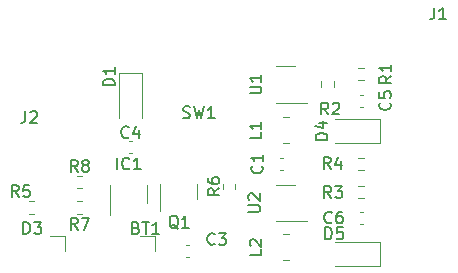
<source format=gbr>
%TF.GenerationSoftware,KiCad,Pcbnew,(6.0.2)*%
%TF.CreationDate,2022-09-06T11:12:12-04:00*%
%TF.ProjectId,PowerSupply,506f7765-7253-4757-9070-6c792e6b6963,rev?*%
%TF.SameCoordinates,Original*%
%TF.FileFunction,Legend,Top*%
%TF.FilePolarity,Positive*%
%FSLAX46Y46*%
G04 Gerber Fmt 4.6, Leading zero omitted, Abs format (unit mm)*
G04 Created by KiCad (PCBNEW (6.0.2)) date 2022-09-06 11:12:12*
%MOMM*%
%LPD*%
G01*
G04 APERTURE LIST*
%ADD10C,0.150000*%
%ADD11C,0.120000*%
G04 APERTURE END LIST*
D10*
%TO.C,U1*%
X162469580Y-70230904D02*
X163279104Y-70230904D01*
X163374342Y-70183285D01*
X163421961Y-70135666D01*
X163469580Y-70040428D01*
X163469580Y-69849952D01*
X163421961Y-69754714D01*
X163374342Y-69707095D01*
X163279104Y-69659476D01*
X162469580Y-69659476D01*
X163469580Y-68659476D02*
X163469580Y-69230904D01*
X163469580Y-68945190D02*
X162469580Y-68945190D01*
X162612438Y-69040428D01*
X162707676Y-69135666D01*
X162755295Y-69230904D01*
%TO.C,R3*%
X169378333Y-79065380D02*
X169045000Y-78589190D01*
X168806904Y-79065380D02*
X168806904Y-78065380D01*
X169187857Y-78065380D01*
X169283095Y-78113000D01*
X169330714Y-78160619D01*
X169378333Y-78255857D01*
X169378333Y-78398714D01*
X169330714Y-78493952D01*
X169283095Y-78541571D01*
X169187857Y-78589190D01*
X168806904Y-78589190D01*
X169711666Y-78065380D02*
X170330714Y-78065380D01*
X169997380Y-78446333D01*
X170140238Y-78446333D01*
X170235476Y-78493952D01*
X170283095Y-78541571D01*
X170330714Y-78636809D01*
X170330714Y-78874904D01*
X170283095Y-78970142D01*
X170235476Y-79017761D01*
X170140238Y-79065380D01*
X169854523Y-79065380D01*
X169759285Y-79017761D01*
X169711666Y-78970142D01*
%TO.C,R1*%
X174467780Y-68746666D02*
X173991590Y-69080000D01*
X174467780Y-69318095D02*
X173467780Y-69318095D01*
X173467780Y-68937142D01*
X173515400Y-68841904D01*
X173563019Y-68794285D01*
X173658257Y-68746666D01*
X173801114Y-68746666D01*
X173896352Y-68794285D01*
X173943971Y-68841904D01*
X173991590Y-68937142D01*
X173991590Y-69318095D01*
X174467780Y-67794285D02*
X174467780Y-68365714D01*
X174467780Y-68080000D02*
X173467780Y-68080000D01*
X173610638Y-68175238D01*
X173705876Y-68270476D01*
X173753495Y-68365714D01*
%TO.C,D4*%
X169057580Y-74144095D02*
X168057580Y-74144095D01*
X168057580Y-73906000D01*
X168105200Y-73763142D01*
X168200438Y-73667904D01*
X168295676Y-73620285D01*
X168486152Y-73572666D01*
X168629009Y-73572666D01*
X168819485Y-73620285D01*
X168914723Y-73667904D01*
X169009961Y-73763142D01*
X169057580Y-73906000D01*
X169057580Y-74144095D01*
X168390914Y-72715523D02*
X169057580Y-72715523D01*
X168009961Y-72953619D02*
X168724247Y-73191714D01*
X168724247Y-72572666D01*
%TO.C,D5*%
X168883104Y-82570580D02*
X168883104Y-81570580D01*
X169121200Y-81570580D01*
X169264057Y-81618200D01*
X169359295Y-81713438D01*
X169406914Y-81808676D01*
X169454533Y-81999152D01*
X169454533Y-82142009D01*
X169406914Y-82332485D01*
X169359295Y-82427723D01*
X169264057Y-82522961D01*
X169121200Y-82570580D01*
X168883104Y-82570580D01*
X170359295Y-81570580D02*
X169883104Y-81570580D01*
X169835485Y-82046771D01*
X169883104Y-81999152D01*
X169978342Y-81951533D01*
X170216438Y-81951533D01*
X170311676Y-81999152D01*
X170359295Y-82046771D01*
X170406914Y-82142009D01*
X170406914Y-82380104D01*
X170359295Y-82475342D01*
X170311676Y-82522961D01*
X170216438Y-82570580D01*
X169978342Y-82570580D01*
X169883104Y-82522961D01*
X169835485Y-82475342D01*
%TO.C,L1*%
X163469580Y-73521866D02*
X163469580Y-73998057D01*
X162469580Y-73998057D01*
X163469580Y-72664723D02*
X163469580Y-73236152D01*
X163469580Y-72950438D02*
X162469580Y-72950438D01*
X162612438Y-73045676D01*
X162707676Y-73140914D01*
X162755295Y-73236152D01*
%TO.C,R5*%
X142911533Y-78989180D02*
X142578200Y-78512990D01*
X142340104Y-78989180D02*
X142340104Y-77989180D01*
X142721057Y-77989180D01*
X142816295Y-78036800D01*
X142863914Y-78084419D01*
X142911533Y-78179657D01*
X142911533Y-78322514D01*
X142863914Y-78417752D01*
X142816295Y-78465371D01*
X142721057Y-78512990D01*
X142340104Y-78512990D01*
X143816295Y-77989180D02*
X143340104Y-77989180D01*
X143292485Y-78465371D01*
X143340104Y-78417752D01*
X143435342Y-78370133D01*
X143673438Y-78370133D01*
X143768676Y-78417752D01*
X143816295Y-78465371D01*
X143863914Y-78560609D01*
X143863914Y-78798704D01*
X143816295Y-78893942D01*
X143768676Y-78941561D01*
X143673438Y-78989180D01*
X143435342Y-78989180D01*
X143340104Y-78941561D01*
X143292485Y-78893942D01*
%TO.C,Q1*%
X156419561Y-81675219D02*
X156324323Y-81627600D01*
X156229085Y-81532361D01*
X156086228Y-81389504D01*
X155990990Y-81341885D01*
X155895752Y-81341885D01*
X155943371Y-81579980D02*
X155848133Y-81532361D01*
X155752895Y-81437123D01*
X155705276Y-81246647D01*
X155705276Y-80913314D01*
X155752895Y-80722838D01*
X155848133Y-80627600D01*
X155943371Y-80579980D01*
X156133847Y-80579980D01*
X156229085Y-80627600D01*
X156324323Y-80722838D01*
X156371942Y-80913314D01*
X156371942Y-81246647D01*
X156324323Y-81437123D01*
X156229085Y-81532361D01*
X156133847Y-81579980D01*
X155943371Y-81579980D01*
X157324323Y-81579980D02*
X156752895Y-81579980D01*
X157038609Y-81579980D02*
X157038609Y-80579980D01*
X156943371Y-80722838D01*
X156848133Y-80818076D01*
X156752895Y-80865695D01*
%TO.C,L2*%
X163469580Y-83427866D02*
X163469580Y-83904057D01*
X162469580Y-83904057D01*
X162564819Y-83142152D02*
X162517200Y-83094533D01*
X162469580Y-82999295D01*
X162469580Y-82761200D01*
X162517200Y-82665961D01*
X162564819Y-82618342D01*
X162660057Y-82570723D01*
X162755295Y-82570723D01*
X162898152Y-82618342D01*
X163469580Y-83189771D01*
X163469580Y-82570723D01*
%TO.C,D1*%
X151048980Y-69546695D02*
X150048980Y-69546695D01*
X150048980Y-69308600D01*
X150096600Y-69165742D01*
X150191838Y-69070504D01*
X150287076Y-69022885D01*
X150477552Y-68975266D01*
X150620409Y-68975266D01*
X150810885Y-69022885D01*
X150906123Y-69070504D01*
X151001361Y-69165742D01*
X151048980Y-69308600D01*
X151048980Y-69546695D01*
X151048980Y-68022885D02*
X151048980Y-68594314D01*
X151048980Y-68308600D02*
X150048980Y-68308600D01*
X150191838Y-68403838D01*
X150287076Y-68499076D01*
X150334695Y-68594314D01*
%TO.C,R8*%
X147915333Y-76880980D02*
X147582000Y-76404790D01*
X147343904Y-76880980D02*
X147343904Y-75880980D01*
X147724857Y-75880980D01*
X147820095Y-75928600D01*
X147867714Y-75976219D01*
X147915333Y-76071457D01*
X147915333Y-76214314D01*
X147867714Y-76309552D01*
X147820095Y-76357171D01*
X147724857Y-76404790D01*
X147343904Y-76404790D01*
X148486761Y-76309552D02*
X148391523Y-76261933D01*
X148343904Y-76214314D01*
X148296285Y-76119076D01*
X148296285Y-76071457D01*
X148343904Y-75976219D01*
X148391523Y-75928600D01*
X148486761Y-75880980D01*
X148677238Y-75880980D01*
X148772476Y-75928600D01*
X148820095Y-75976219D01*
X148867714Y-76071457D01*
X148867714Y-76119076D01*
X148820095Y-76214314D01*
X148772476Y-76261933D01*
X148677238Y-76309552D01*
X148486761Y-76309552D01*
X148391523Y-76357171D01*
X148343904Y-76404790D01*
X148296285Y-76500028D01*
X148296285Y-76690504D01*
X148343904Y-76785742D01*
X148391523Y-76833361D01*
X148486761Y-76880980D01*
X148677238Y-76880980D01*
X148772476Y-76833361D01*
X148820095Y-76785742D01*
X148867714Y-76690504D01*
X148867714Y-76500028D01*
X148820095Y-76404790D01*
X148772476Y-76357171D01*
X148677238Y-76309552D01*
%TO.C,J1*%
X178101666Y-62952380D02*
X178101666Y-63666666D01*
X178054047Y-63809523D01*
X177958809Y-63904761D01*
X177815952Y-63952380D01*
X177720714Y-63952380D01*
X179101666Y-63952380D02*
X178530238Y-63952380D01*
X178815952Y-63952380D02*
X178815952Y-62952380D01*
X178720714Y-63095238D01*
X178625476Y-63190476D01*
X178530238Y-63238095D01*
%TO.C,C1*%
X163501342Y-76366666D02*
X163548961Y-76414285D01*
X163596580Y-76557142D01*
X163596580Y-76652380D01*
X163548961Y-76795238D01*
X163453723Y-76890476D01*
X163358485Y-76938095D01*
X163168009Y-76985714D01*
X163025152Y-76985714D01*
X162834676Y-76938095D01*
X162739438Y-76890476D01*
X162644200Y-76795238D01*
X162596580Y-76652380D01*
X162596580Y-76557142D01*
X162644200Y-76414285D01*
X162691819Y-76366666D01*
X163596580Y-75414285D02*
X163596580Y-75985714D01*
X163596580Y-75700000D02*
X162596580Y-75700000D01*
X162739438Y-75795238D01*
X162834676Y-75890476D01*
X162882295Y-75985714D01*
%TO.C,C6*%
X169429133Y-81129142D02*
X169381514Y-81176761D01*
X169238657Y-81224380D01*
X169143419Y-81224380D01*
X169000561Y-81176761D01*
X168905323Y-81081523D01*
X168857704Y-80986285D01*
X168810085Y-80795809D01*
X168810085Y-80652952D01*
X168857704Y-80462476D01*
X168905323Y-80367238D01*
X169000561Y-80272000D01*
X169143419Y-80224380D01*
X169238657Y-80224380D01*
X169381514Y-80272000D01*
X169429133Y-80319619D01*
X170286276Y-80224380D02*
X170095800Y-80224380D01*
X170000561Y-80272000D01*
X169952942Y-80319619D01*
X169857704Y-80462476D01*
X169810085Y-80652952D01*
X169810085Y-81033904D01*
X169857704Y-81129142D01*
X169905323Y-81176761D01*
X170000561Y-81224380D01*
X170191038Y-81224380D01*
X170286276Y-81176761D01*
X170333895Y-81129142D01*
X170381514Y-81033904D01*
X170381514Y-80795809D01*
X170333895Y-80700571D01*
X170286276Y-80652952D01*
X170191038Y-80605333D01*
X170000561Y-80605333D01*
X169905323Y-80652952D01*
X169857704Y-80700571D01*
X169810085Y-80795809D01*
%TO.C,C3*%
X159523133Y-82957942D02*
X159475514Y-83005561D01*
X159332657Y-83053180D01*
X159237419Y-83053180D01*
X159094561Y-83005561D01*
X158999323Y-82910323D01*
X158951704Y-82815085D01*
X158904085Y-82624609D01*
X158904085Y-82481752D01*
X158951704Y-82291276D01*
X158999323Y-82196038D01*
X159094561Y-82100800D01*
X159237419Y-82053180D01*
X159332657Y-82053180D01*
X159475514Y-82100800D01*
X159523133Y-82148419D01*
X159856466Y-82053180D02*
X160475514Y-82053180D01*
X160142180Y-82434133D01*
X160285038Y-82434133D01*
X160380276Y-82481752D01*
X160427895Y-82529371D01*
X160475514Y-82624609D01*
X160475514Y-82862704D01*
X160427895Y-82957942D01*
X160380276Y-83005561D01*
X160285038Y-83053180D01*
X159999323Y-83053180D01*
X159904085Y-83005561D01*
X159856466Y-82957942D01*
%TO.C,BT1*%
X152858885Y-81589571D02*
X153001742Y-81637190D01*
X153049361Y-81684809D01*
X153096980Y-81780047D01*
X153096980Y-81922904D01*
X153049361Y-82018142D01*
X153001742Y-82065761D01*
X152906504Y-82113380D01*
X152525552Y-82113380D01*
X152525552Y-81113380D01*
X152858885Y-81113380D01*
X152954123Y-81161000D01*
X153001742Y-81208619D01*
X153049361Y-81303857D01*
X153049361Y-81399095D01*
X153001742Y-81494333D01*
X152954123Y-81541952D01*
X152858885Y-81589571D01*
X152525552Y-81589571D01*
X153382695Y-81113380D02*
X153954123Y-81113380D01*
X153668409Y-82113380D02*
X153668409Y-81113380D01*
X154811266Y-82113380D02*
X154239838Y-82113380D01*
X154525552Y-82113380D02*
X154525552Y-81113380D01*
X154430314Y-81256238D01*
X154335076Y-81351476D01*
X154239838Y-81399095D01*
%TO.C,D3*%
X143330704Y-82113380D02*
X143330704Y-81113380D01*
X143568800Y-81113380D01*
X143711657Y-81161000D01*
X143806895Y-81256238D01*
X143854514Y-81351476D01*
X143902133Y-81541952D01*
X143902133Y-81684809D01*
X143854514Y-81875285D01*
X143806895Y-81970523D01*
X143711657Y-82065761D01*
X143568800Y-82113380D01*
X143330704Y-82113380D01*
X144235466Y-81113380D02*
X144854514Y-81113380D01*
X144521180Y-81494333D01*
X144664038Y-81494333D01*
X144759276Y-81541952D01*
X144806895Y-81589571D01*
X144854514Y-81684809D01*
X144854514Y-81922904D01*
X144806895Y-82018142D01*
X144759276Y-82065761D01*
X144664038Y-82113380D01*
X144378323Y-82113380D01*
X144283085Y-82065761D01*
X144235466Y-82018142D01*
%TO.C,C5*%
X174347142Y-71007266D02*
X174394761Y-71054885D01*
X174442380Y-71197742D01*
X174442380Y-71292980D01*
X174394761Y-71435838D01*
X174299523Y-71531076D01*
X174204285Y-71578695D01*
X174013809Y-71626314D01*
X173870952Y-71626314D01*
X173680476Y-71578695D01*
X173585238Y-71531076D01*
X173490000Y-71435838D01*
X173442380Y-71292980D01*
X173442380Y-71197742D01*
X173490000Y-71054885D01*
X173537619Y-71007266D01*
X173442380Y-70102504D02*
X173442380Y-70578695D01*
X173918571Y-70626314D01*
X173870952Y-70578695D01*
X173823333Y-70483457D01*
X173823333Y-70245361D01*
X173870952Y-70150123D01*
X173918571Y-70102504D01*
X174013809Y-70054885D01*
X174251904Y-70054885D01*
X174347142Y-70102504D01*
X174394761Y-70150123D01*
X174442380Y-70245361D01*
X174442380Y-70483457D01*
X174394761Y-70578695D01*
X174347142Y-70626314D01*
%TO.C,R6*%
X159913580Y-78271666D02*
X159437390Y-78605000D01*
X159913580Y-78843095D02*
X158913580Y-78843095D01*
X158913580Y-78462142D01*
X158961200Y-78366904D01*
X159008819Y-78319285D01*
X159104057Y-78271666D01*
X159246914Y-78271666D01*
X159342152Y-78319285D01*
X159389771Y-78366904D01*
X159437390Y-78462142D01*
X159437390Y-78843095D01*
X158913580Y-77414523D02*
X158913580Y-77605000D01*
X158961200Y-77700238D01*
X159008819Y-77747857D01*
X159151676Y-77843095D01*
X159342152Y-77890714D01*
X159723104Y-77890714D01*
X159818342Y-77843095D01*
X159865961Y-77795476D01*
X159913580Y-77700238D01*
X159913580Y-77509761D01*
X159865961Y-77414523D01*
X159818342Y-77366904D01*
X159723104Y-77319285D01*
X159485009Y-77319285D01*
X159389771Y-77366904D01*
X159342152Y-77414523D01*
X159294533Y-77509761D01*
X159294533Y-77700238D01*
X159342152Y-77795476D01*
X159389771Y-77843095D01*
X159485009Y-77890714D01*
%TO.C,U2*%
X162367980Y-80263904D02*
X163177504Y-80263904D01*
X163272742Y-80216285D01*
X163320361Y-80168666D01*
X163367980Y-80073428D01*
X163367980Y-79882952D01*
X163320361Y-79787714D01*
X163272742Y-79740095D01*
X163177504Y-79692476D01*
X162367980Y-79692476D01*
X162463219Y-79263904D02*
X162415600Y-79216285D01*
X162367980Y-79121047D01*
X162367980Y-78882952D01*
X162415600Y-78787714D01*
X162463219Y-78740095D01*
X162558457Y-78692476D01*
X162653695Y-78692476D01*
X162796552Y-78740095D01*
X163367980Y-79311523D01*
X163367980Y-78692476D01*
%TO.C,C4*%
X152233333Y-73915542D02*
X152185714Y-73963161D01*
X152042857Y-74010780D01*
X151947619Y-74010780D01*
X151804761Y-73963161D01*
X151709523Y-73867923D01*
X151661904Y-73772685D01*
X151614285Y-73582209D01*
X151614285Y-73439352D01*
X151661904Y-73248876D01*
X151709523Y-73153638D01*
X151804761Y-73058400D01*
X151947619Y-73010780D01*
X152042857Y-73010780D01*
X152185714Y-73058400D01*
X152233333Y-73106019D01*
X153090476Y-73344114D02*
X153090476Y-74010780D01*
X152852380Y-72963161D02*
X152614285Y-73677447D01*
X153233333Y-73677447D01*
%TO.C,R7*%
X147915333Y-81757780D02*
X147582000Y-81281590D01*
X147343904Y-81757780D02*
X147343904Y-80757780D01*
X147724857Y-80757780D01*
X147820095Y-80805400D01*
X147867714Y-80853019D01*
X147915333Y-80948257D01*
X147915333Y-81091114D01*
X147867714Y-81186352D01*
X147820095Y-81233971D01*
X147724857Y-81281590D01*
X147343904Y-81281590D01*
X148248666Y-80757780D02*
X148915333Y-80757780D01*
X148486761Y-81757780D01*
%TO.C,R2*%
X169124333Y-72004180D02*
X168791000Y-71527990D01*
X168552904Y-72004180D02*
X168552904Y-71004180D01*
X168933857Y-71004180D01*
X169029095Y-71051800D01*
X169076714Y-71099419D01*
X169124333Y-71194657D01*
X169124333Y-71337514D01*
X169076714Y-71432752D01*
X169029095Y-71480371D01*
X168933857Y-71527990D01*
X168552904Y-71527990D01*
X169505285Y-71099419D02*
X169552904Y-71051800D01*
X169648142Y-71004180D01*
X169886238Y-71004180D01*
X169981476Y-71051800D01*
X170029095Y-71099419D01*
X170076714Y-71194657D01*
X170076714Y-71289895D01*
X170029095Y-71432752D01*
X169457666Y-72004180D01*
X170076714Y-72004180D01*
%TO.C,IC1*%
X151246009Y-76652380D02*
X151246009Y-75652380D01*
X152293628Y-76557142D02*
X152246009Y-76604761D01*
X152103152Y-76652380D01*
X152007914Y-76652380D01*
X151865057Y-76604761D01*
X151769819Y-76509523D01*
X151722200Y-76414285D01*
X151674580Y-76223809D01*
X151674580Y-76080952D01*
X151722200Y-75890476D01*
X151769819Y-75795238D01*
X151865057Y-75700000D01*
X152007914Y-75652380D01*
X152103152Y-75652380D01*
X152246009Y-75700000D01*
X152293628Y-75747619D01*
X153246009Y-76652380D02*
X152674580Y-76652380D01*
X152960295Y-76652380D02*
X152960295Y-75652380D01*
X152865057Y-75795238D01*
X152769819Y-75890476D01*
X152674580Y-75938095D01*
%TO.C,R4*%
X169327533Y-76626980D02*
X168994200Y-76150790D01*
X168756104Y-76626980D02*
X168756104Y-75626980D01*
X169137057Y-75626980D01*
X169232295Y-75674600D01*
X169279914Y-75722219D01*
X169327533Y-75817457D01*
X169327533Y-75960314D01*
X169279914Y-76055552D01*
X169232295Y-76103171D01*
X169137057Y-76150790D01*
X168756104Y-76150790D01*
X170184676Y-75960314D02*
X170184676Y-76626980D01*
X169946580Y-75579361D02*
X169708485Y-76293647D01*
X170327533Y-76293647D01*
%TO.C,J2*%
X143481462Y-71715368D02*
X143481462Y-72429654D01*
X143433843Y-72572511D01*
X143338605Y-72667749D01*
X143195748Y-72715368D01*
X143100510Y-72715368D01*
X143910034Y-71810607D02*
X143957653Y-71762988D01*
X144052891Y-71715368D01*
X144290986Y-71715368D01*
X144386224Y-71762988D01*
X144433843Y-71810607D01*
X144481462Y-71905845D01*
X144481462Y-72001083D01*
X144433843Y-72143940D01*
X143862415Y-72715368D01*
X144481462Y-72715368D01*
%TO.C,SW1*%
X156860660Y-72270759D02*
X157003517Y-72318378D01*
X157241613Y-72318378D01*
X157336851Y-72270759D01*
X157384470Y-72223140D01*
X157432089Y-72127902D01*
X157432089Y-72032664D01*
X157384470Y-71937426D01*
X157336851Y-71889807D01*
X157241613Y-71842188D01*
X157051136Y-71794569D01*
X156955898Y-71746950D01*
X156908279Y-71699331D01*
X156860660Y-71604093D01*
X156860660Y-71508855D01*
X156908279Y-71413617D01*
X156955898Y-71365998D01*
X157051136Y-71318378D01*
X157289232Y-71318378D01*
X157432089Y-71365998D01*
X157765422Y-71318378D02*
X158003517Y-72318378D01*
X158193994Y-71604093D01*
X158384470Y-72318378D01*
X158622565Y-71318378D01*
X159527327Y-72318378D02*
X158955898Y-72318378D01*
X159241613Y-72318378D02*
X159241613Y-71318378D01*
X159146374Y-71461236D01*
X159051136Y-71556474D01*
X158955898Y-71604093D01*
D11*
%TO.C,U1*%
X165531800Y-71029000D02*
X167331800Y-71029000D01*
X165531800Y-67909000D02*
X166331800Y-67909000D01*
X165531800Y-71029000D02*
X164731800Y-71029000D01*
X165531800Y-67909000D02*
X164731800Y-67909000D01*
%TO.C,R3*%
X172144458Y-78039700D02*
X171669942Y-78039700D01*
X172144458Y-79084700D02*
X171669942Y-79084700D01*
%TO.C,R1*%
X172119058Y-69102500D02*
X171644542Y-69102500D01*
X172119058Y-68057500D02*
X171644542Y-68057500D01*
%TO.C,D4*%
X173523000Y-74406000D02*
X173523000Y-72406000D01*
X173523000Y-72406000D02*
X169673000Y-72406000D01*
X173523000Y-74406000D02*
X169673000Y-74406000D01*
%TO.C,D5*%
X173523000Y-84820000D02*
X173523000Y-82820000D01*
X173523000Y-82820000D02*
X169673000Y-82820000D01*
X173523000Y-84820000D02*
X169673000Y-84820000D01*
%TO.C,L1*%
X165270548Y-74465200D02*
X165793052Y-74465200D01*
X165270548Y-72245200D02*
X165793052Y-72245200D01*
%TO.C,R5*%
X143780742Y-79354988D02*
X144255258Y-79354988D01*
X143780742Y-80399988D02*
X144255258Y-80399988D01*
%TO.C,Q1*%
X154904000Y-78536800D02*
X154904000Y-80211800D01*
X158024000Y-78536800D02*
X158024000Y-79186800D01*
X158024000Y-78536800D02*
X158024000Y-77886800D01*
X154904000Y-78536800D02*
X154904000Y-77886800D01*
%TO.C,L2*%
X165270548Y-82151200D02*
X165793052Y-82151200D01*
X165270548Y-84371200D02*
X165793052Y-84371200D01*
%TO.C,D1*%
X153400000Y-68462800D02*
X153400000Y-72312800D01*
X151400000Y-68462800D02*
X151400000Y-72312800D01*
X153400000Y-68462800D02*
X151400000Y-68462800D01*
%TO.C,R8*%
X147844742Y-77201500D02*
X148319258Y-77201500D01*
X147844742Y-78246500D02*
X148319258Y-78246500D01*
%TO.C,C1*%
X165035620Y-75690000D02*
X165316780Y-75690000D01*
X165035620Y-76710000D02*
X165316780Y-76710000D01*
%TO.C,C6*%
X172098580Y-81282000D02*
X171817420Y-81282000D01*
X172098580Y-80262000D02*
X171817420Y-80262000D01*
%TO.C,C3*%
X157379585Y-83056000D02*
X157098425Y-83056000D01*
X157379585Y-84076000D02*
X157098425Y-84076000D01*
%TO.C,BT1*%
X154432000Y-82296000D02*
X154432000Y-83566000D01*
X153162000Y-82296000D02*
X154432000Y-82296000D01*
%TO.C,D3*%
X146812000Y-82296000D02*
X146812000Y-83566000D01*
X145542000Y-82296000D02*
X146812000Y-82296000D01*
%TO.C,C5*%
X172073180Y-70330600D02*
X171792020Y-70330600D01*
X172073180Y-71350600D02*
X171792020Y-71350600D01*
%TO.C,R6*%
X160196508Y-78342258D02*
X160196508Y-77867742D01*
X161241508Y-78342258D02*
X161241508Y-77867742D01*
%TO.C,U2*%
X165531800Y-77942000D02*
X164731800Y-77942000D01*
X165531800Y-77942000D02*
X166331800Y-77942000D01*
X165531800Y-81062000D02*
X164731800Y-81062000D01*
X165531800Y-81062000D02*
X167331800Y-81062000D01*
%TO.C,C4*%
X152540580Y-75287600D02*
X152259420Y-75287600D01*
X152540580Y-74267600D02*
X152259420Y-74267600D01*
%TO.C,R7*%
X148319258Y-79354988D02*
X147844742Y-79354988D01*
X148319258Y-80399988D02*
X147844742Y-80399988D01*
%TO.C,R2*%
X168539900Y-69180942D02*
X168539900Y-69655458D01*
X169584900Y-69180942D02*
X169584900Y-69655458D01*
%TO.C,IC1*%
X150651989Y-78740000D02*
X150651989Y-80540000D01*
X150651989Y-78740000D02*
X150651989Y-77940000D01*
X153771989Y-78740000D02*
X153771989Y-77940000D01*
X153771989Y-78740000D02*
X153771989Y-79540000D01*
%TO.C,R4*%
X171669942Y-76707108D02*
X172144458Y-76707108D01*
X171669942Y-75662108D02*
X172144458Y-75662108D01*
%TD*%
M02*

</source>
